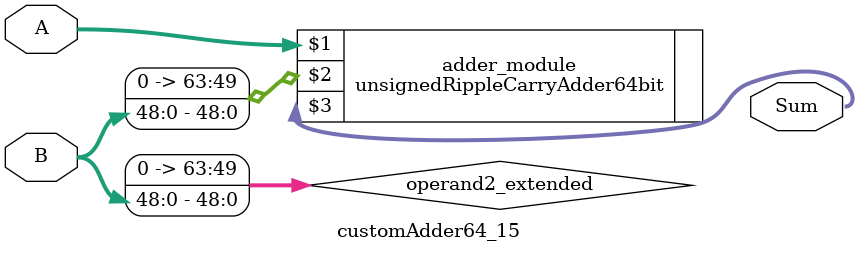
<source format=v>
module customAdder64_15(
                        input [63 : 0] A,
                        input [48 : 0] B,
                        
                        output [64 : 0] Sum
                );

        wire [63 : 0] operand2_extended;
        
        assign operand2_extended =  {15'b0, B};
        
        unsignedRippleCarryAdder64bit adder_module(
            A,
            operand2_extended,
            Sum
        );
        
        endmodule
        
</source>
